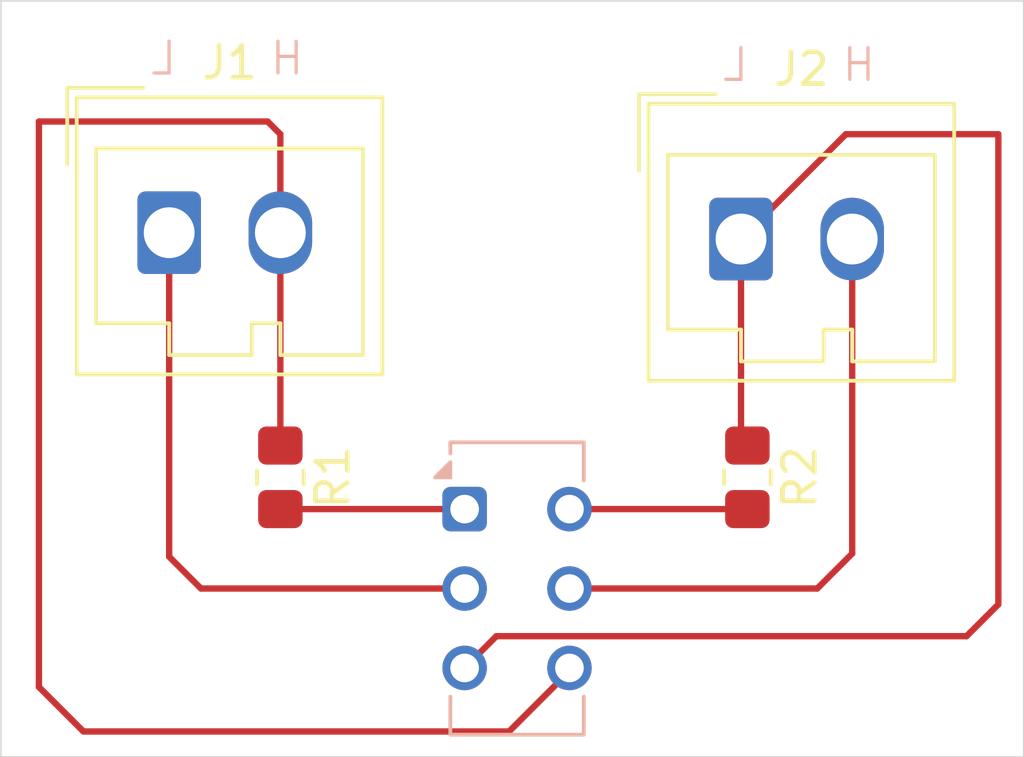
<source format=kicad_pcb>
(kicad_pcb (version 20241229) (generator "pcbnew") (generator_version "9.0")
  (layers (0 "F.Cu" signal) (2 "B.Cu" signal) (13 "F.Paste" user) (15 "B.Paste" user) (5 "F.SilkS" user "F.Silkscreen") (7 "B.SilkS" user "B.Silkscreen") (1 "F.Mask" user) (3 "B.Mask" user) (25 "Edge.Cuts" user))
  (net 0 "")
  (net 1 "Net-(J1-Pin_2)")
  (net 2 "Net-(J1-Pin_1)")
  (net 3 "Net-(J2-Pin_2)")
  (net 4 "Net-(J2-Pin_1)")
  (net 5 "Net-(R1-Pad2)")
  (net 6 "Net-(R2-Pad2)")
  (footprint "Resistor_SMD:R_0805_2012Metric_Pad1.20x1.40mm_HandSolder" (layer "F.Cu") (at 173.6 91.4 -90)
    (property "Reference" "R1" (at 0 -1.65 90) (layer "F.SilkS"))
    (property "Value" "120R")
    (fp_line (start -0.227064 0.735) (end 0.227064 0.735) (stroke (width 0.12)) (layer "F.SilkS"))
    (fp_line (start -0.227064 -0.735) (end 0.227064 -0.735) (stroke (width 0.12)) (layer "F.SilkS"))
    (pad "1" smd roundrect (at -1 0 270) (size 1.2 1.4) (layers "F.Cu" "F.Mask" "F.Paste") (roundrect_rratio 0.208333) (net 1 "Net-(J1-Pin_2)"))
    (pad "2" smd roundrect (at 1 0 270) (size 1.2 1.4) (layers "F.Cu" "F.Mask" "F.Paste") (roundrect_rratio 0.208333) (net 5 "Net-(R1-Pad2)"))
  )
  (footprint "Resistor_SMD:R_0805_2012Metric_Pad1.20x1.40mm_HandSolder" (layer "F.Cu") (at 188.3 91.4 -90)
    (property "Reference" "R2" (at 0 -1.65 90) (layer "F.SilkS"))
    (property "Value" "120R")
    (fp_line (start -0.227064 0.735) (end 0.227064 0.735) (stroke (width 0.12)) (layer "F.SilkS"))
    (fp_line (start -0.227064 -0.735) (end 0.227064 -0.735) (stroke (width 0.12)) (layer "F.SilkS"))
    (pad "1" smd roundrect (at -1 0 270) (size 1.2 1.4) (layers "F.Cu" "F.Mask" "F.Paste") (roundrect_rratio 0.208333) (net 4 "Net-(J2-Pin_1)"))
    (pad "2" smd roundrect (at 1 0 270) (size 1.2 1.4) (layers "F.Cu" "F.Mask" "F.Paste") (roundrect_rratio 0.208333) (net 6 "Net-(R2-Pad2)"))
  )
  (footprint "Connector_Wago:Wago_734-132_1x02_P3.50mm_Vertical" (layer "F.Cu") (at 188.1 83.9)
    (property "Reference" "J2" (at 1.9 -5.35 0) (layer "F.SilkS"))
    (property "Value" "Conn_01x02_Socket" (hide yes))
    (fp_line (start -3.21 -4.56) (end -0.8 -4.56) (stroke (width 0.12)) (layer "F.SilkS"))
    (fp_line (start -3.21 -2.15) (end -3.21 -4.56) (stroke (width 0.12)) (layer "F.SilkS"))
    (fp_line (start -2.91 -4.26) (end -2.91 4.46) (stroke (width 0.12)) (layer "F.SilkS"))
    (fp_line (start -2.91 4.46) (end 6.71 4.46) (stroke (width 0.12)) (layer "F.SilkS"))
    (fp_line (start -2.3 -2.65) (end -2.3 2.85) (stroke (width 0.12)) (layer "F.SilkS"))
    (fp_line (start -2.3 2.85) (end 0 2.85) (stroke (width 0.12)) (layer "F.SilkS"))
    (fp_line (start 0 2.85) (end 0 3.85) (stroke (width 0.12)) (layer "F.SilkS"))
    (fp_line (start 0 3.85) (end 2.6 3.85) (stroke (width 0.12)) (layer "F.SilkS"))
    (fp_line (start 2.6 2.85) (end 3.5 2.85) (stroke (width 0.12)) (layer "F.SilkS"))
    (fp_line (start 2.6 3.85) (end 2.6 2.85) (stroke (width 0.12)) (layer "F.SilkS"))
    (fp_line (start 3.5 2.85) (end 3.5 3.85) (stroke (width 0.12)) (layer "F.SilkS"))
    (fp_line (start 3.5 3.85) (end 6.1 3.85) (stroke (width 0.12)) (layer "F.SilkS"))
    (fp_line (start 6.1 -2.65) (end -2.3 -2.65) (stroke (width 0.12)) (layer "F.SilkS"))
    (fp_line (start 6.1 3.85) (end 6.1 -2.65) (stroke (width 0.12)) (layer "F.SilkS"))
    (fp_line (start 6.71 -4.26) (end -2.91 -4.26) (stroke (width 0.12)) (layer "F.SilkS"))
    (fp_line (start 6.71 4.46) (end 6.71 -4.26) (stroke (width 0.12)) (layer "F.SilkS"))
    (pad "1" thru_hole roundrect (at 0 0) (size 2 2.6) (drill 1.6) (layers "*.Cu" "*.Mask") (roundrect_rratio 0.125) (net 4 "Net-(J2-Pin_1)"))
    (pad "2" thru_hole oval (at 3.5 0) (size 2 2.6) (drill 1.6) (layers "*.Cu" "*.Mask") (net 3 "Net-(J2-Pin_2)"))
  )
  (footprint "Connector_Wago:Wago_734-132_1x02_P3.50mm_Vertical" (layer "F.Cu") (at 170.1 83.7)
    (property "Reference" "J1" (at 1.9 -5.35 0) (layer "F.SilkS"))
    (property "Value" "Conn_01x02_Socket" (hide yes))
    (fp_line (start -3.21 -4.56) (end -0.8 -4.56) (stroke (width 0.12)) (layer "F.SilkS"))
    (fp_line (start -3.21 -2.15) (end -3.21 -4.56) (stroke (width 0.12)) (layer "F.SilkS"))
    (fp_line (start -2.91 -4.26) (end -2.91 4.46) (stroke (width 0.12)) (layer "F.SilkS"))
    (fp_line (start -2.91 4.46) (end 6.71 4.46) (stroke (width 0.12)) (layer "F.SilkS"))
    (fp_line (start -2.3 -2.65) (end -2.3 2.85) (stroke (width 0.12)) (layer "F.SilkS"))
    (fp_line (start -2.3 2.85) (end 0 2.85) (stroke (width 0.12)) (layer "F.SilkS"))
    (fp_line (start 0 2.85) (end 0 3.85) (stroke (width 0.12)) (layer "F.SilkS"))
    (fp_line (start 0 3.85) (end 2.6 3.85) (stroke (width 0.12)) (layer "F.SilkS"))
    (fp_line (start 2.6 2.85) (end 3.5 2.85) (stroke (width 0.12)) (layer "F.SilkS"))
    (fp_line (start 2.6 3.85) (end 2.6 2.85) (stroke (width 0.12)) (layer "F.SilkS"))
    (fp_line (start 3.5 2.85) (end 3.5 3.85) (stroke (width 0.12)) (layer "F.SilkS"))
    (fp_line (start 3.5 3.85) (end 6.1 3.85) (stroke (width 0.12)) (layer "F.SilkS"))
    (fp_line (start 6.1 -2.65) (end -2.3 -2.65) (stroke (width 0.12)) (layer "F.SilkS"))
    (fp_line (start 6.1 3.85) (end 6.1 -2.65) (stroke (width 0.12)) (layer "F.SilkS"))
    (fp_line (start 6.71 -4.26) (end -2.91 -4.26) (stroke (width 0.12)) (layer "F.SilkS"))
    (fp_line (start 6.71 4.46) (end 6.71 -4.26) (stroke (width 0.12)) (layer "F.SilkS"))
    (pad "1" thru_hole roundrect (at 0 0) (size 2 2.6) (drill 1.6) (layers "*.Cu" "*.Mask") (roundrect_rratio 0.125) (net 2 "Net-(J1-Pin_1)"))
    (pad "2" thru_hole oval (at 3.5 0) (size 2 2.6) (drill 1.6) (layers "*.Cu" "*.Mask") (net 1 "Net-(J1-Pin_2)"))
  )
  (footprint "Button_Switch_THT:SW_CK_JS202011AQN_DPDT_Angled" (layer "B.Cu") (at 179.4 92.4 -90)
    (property "Reference" "SW1" (hide yes))
    (property "Value" "Switch DPDT" (hide yes))
    (fp_line (start -2.1 0.45) (end -2.1 -3.75) (stroke (width 0.12)) (layer "B.SilkS"))
    (fp_line (start -1.75 0.45) (end -2.1 0.45) (stroke (width 0.12)) (layer "B.SilkS"))
    (fp_line (start 5.9 0.45) (end 7.1 0.45) (stroke (width 0.12)) (layer "B.SilkS"))
    (fp_line (start 7.1 0.45) (end 7.1 -3.75) (stroke (width 0.12)) (layer "B.SilkS"))
    (fp_line (start -2.1 -3.75) (end -0.9 -3.75) (stroke (width 0.12)) (layer "B.SilkS"))
    (fp_line (start 7.1 -3.75) (end 5.9 -3.75) (stroke (width 0.12)) (layer "B.SilkS"))
    (fp_poly (pts (xy -1 0.45) (xy -1.48 0.45) (xy -1 0.93) (xy -1 0.45)) (stroke (width 0.12)) (fill yes) (layer "B.SilkS"))
    (pad "1" thru_hole roundrect (at 0 0 270) (size 1.4 1.4) (drill 0.9) (layers "*.Cu" "*.Mask") (roundrect_rratio 0.1785714286) (net 5 "Net-(R1-Pad2)"))
    (pad "2" thru_hole circle (at 2.5 0 270) (size 1.4 1.4) (drill 0.9) (layers "*.Cu" "*.Mask") (net 2 "Net-(J1-Pin_1)"))
    (pad "3" thru_hole circle (at 5 0 270) (size 1.4 1.4) (drill 0.9) (layers "*.Cu" "*.Mask") (net 4 "Net-(J2-Pin_1)"))
    (pad "4" thru_hole circle (at 5 -3.3 270) (size 1.4 1.4) (drill 0.9) (layers "*.Cu" "*.Mask") (net 1 "Net-(J1-Pin_2)"))
    (pad "5" thru_hole circle (at 2.5 -3.3 270) (size 1.4 1.4) (drill 0.9) (layers "*.Cu" "*.Mask") (net 3 "Net-(J2-Pin_2)"))
    (pad "6" thru_hole circle (at 0 -3.3 270) (size 1.4 1.4) (drill 0.9) (layers "*.Cu" "*.Mask") (net 6 "Net-(R2-Pad2)"))
  )
  (gr_rect (start 164.8 76.4) (end 197 100.2) (stroke (width 0.05)) (fill no) (layer "Edge.Cuts"))
  (gr_text "L\n" (at 188.4 79 0) (layer "B.SilkS") (effects (font (size 1 1) (thickness 0.1)) (justify left bottom mirror)))
  (gr_text "H" (at 174.4 78.8 0) (layer "B.SilkS") (effects (font (size 1 1) (thickness 0.1)) (justify left bottom mirror)))
  (gr_text "L\n" (at 170.4 78.8 0) (layer "B.SilkS") (effects (font (size 1 1) (thickness 0.1)) (justify left bottom mirror)))
  (gr_text "H" (at 192.4 79 0) (layer "B.SilkS") (effects (font (size 1 1) (thickness 0.1)) (justify left bottom mirror)))
  (segment (start 180.8 99.4) (end 182.7 97.5) (width 0.2) (layer "F.Cu") (net 1))
  (segment (start 173.6 80.6) (end 173.2 80.2) (width 0.2) (layer "F.Cu") (net 1))
  (segment (start 173.2 80.2) (end 166 80.2) (width 0.2) (layer "F.Cu") (net 1))
  (segment (start 173.6 83.7) (end 173.6 90.4) (width 0.2) (layer "F.Cu") (net 1))
  (segment (start 173.6 83.7) (end 173.6 80.6) (width 0.2) (layer "F.Cu") (net 1))
  (segment (start 166 98) (end 167.4 99.4) (width 0.2) (layer "F.Cu") (net 1))
  (segment (start 182.7 97.5) (end 182.7 97.4) (width 0.2) (layer "F.Cu") (net 1))
  (segment (start 167.4 99.4) (end 180.8 99.4) (width 0.2) (layer "F.Cu") (net 1))
  (segment (start 166 80.2) (end 166 98) (width 0.2) (layer "F.Cu") (net 1))
  (segment (start 171.1 94.9) (end 179.4 94.9) (width 0.2) (layer "F.Cu") (net 2))
  (segment (start 170.1 93.9) (end 171.1 94.9) (width 0.2) (layer "F.Cu") (net 2))
  (segment (start 170.1 83.7) (end 170.1 93.9) (width 0.2) (layer "F.Cu") (net 2))
  (segment (start 191.6 83.9) (end 191.6 93.8) (width 0.2) (layer "F.Cu") (net 3))
  (segment (start 191.6 93.8) (end 190.5 94.9) (width 0.2) (layer "F.Cu") (net 3))
  (segment (start 190.5 94.9) (end 182.7 94.9) (width 0.2) (layer "F.Cu") (net 3))
  (segment (start 191.4 80.6) (end 196.2 80.6) (width 0.2) (layer "F.Cu") (net 4))
  (segment (start 196.2 80.6) (end 196.2 95.4) (width 0.2) (layer "F.Cu") (net 4))
  (segment (start 188.1 83.9) (end 191.4 80.6) (width 0.2) (layer "F.Cu") (net 4))
  (segment (start 188.1 83.9) (end 188.1 90.2) (width 0.2) (layer "F.Cu") (net 4))
  (segment (start 180.4 96.4) (end 179.4 97.4) (width 0.2) (layer "F.Cu") (net 4))
  (segment (start 196.2 95.4) (end 195.2 96.4) (width 0.2) (layer "F.Cu") (net 4))
  (segment (start 188.1 90.2) (end 188.3 90.4) (width 0.2) (layer "F.Cu") (net 4))
  (segment (start 195.2 96.4) (end 180.4 96.4) (width 0.2) (layer "F.Cu") (net 4))
  (segment (start 173.6 92.4) (end 179.4 92.4) (width 0.2) (layer "F.Cu") (net 5))
  (segment (start 182.9 92.2) (end 182.7 92.4) (width 0.2) (layer "F.Cu") (net 6))
  (segment (start 188.3 92.4) (end 182.7 92.4) (width 0.2) (layer "F.Cu") (net 6))
)
</source>
